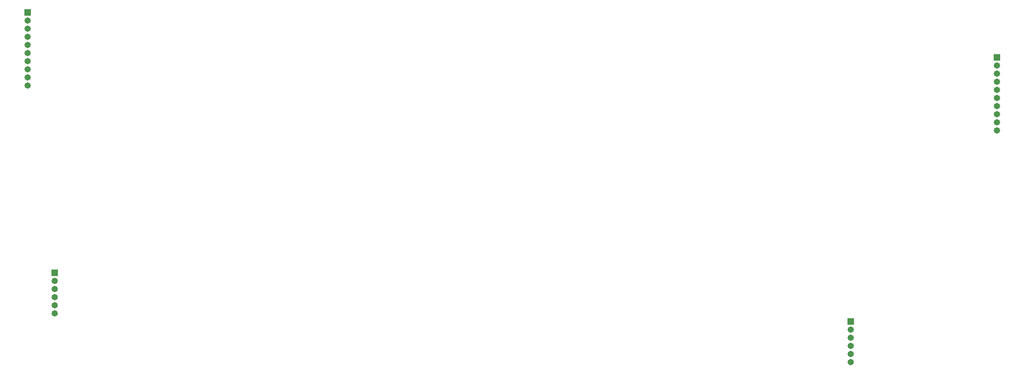
<source format=gbr>
%TF.GenerationSoftware,KiCad,Pcbnew,(6.0.6-0)*%
%TF.CreationDate,2022-07-12T12:34:36+02:00*%
%TF.ProjectId,btrfld,62747266-6c64-42e6-9b69-6361645f7063,rev?*%
%TF.SameCoordinates,Original*%
%TF.FileFunction,Soldermask,Top*%
%TF.FilePolarity,Negative*%
%FSLAX46Y46*%
G04 Gerber Fmt 4.6, Leading zero omitted, Abs format (unit mm)*
G04 Created by KiCad (PCBNEW (6.0.6-0)) date 2022-07-12 12:34:36*
%MOMM*%
%LPD*%
G01*
G04 APERTURE LIST*
%ADD10R,1.000000X1.000000*%
%ADD11O,1.000000X1.000000*%
G04 APERTURE END LIST*
D10*
%TO.C,R_THUMB1*%
X200660000Y-134620000D03*
D11*
X200660000Y-135890000D03*
X200660000Y-137160000D03*
X200660000Y-138430000D03*
X200660000Y-139700000D03*
X200660000Y-140970000D03*
%TD*%
D10*
%TO.C,R_BODY1*%
X223520000Y-93335000D03*
D11*
X223520000Y-94605000D03*
X223520000Y-95875000D03*
X223520000Y-97145000D03*
X223520000Y-98415000D03*
X223520000Y-99685000D03*
X223520000Y-100955000D03*
X223520000Y-102225000D03*
X223520000Y-103495000D03*
X223520000Y-104765000D03*
%TD*%
D10*
%TO.C,L_THUMB1*%
X76200000Y-127000000D03*
D11*
X76200000Y-128270000D03*
X76200000Y-129540000D03*
X76200000Y-130810000D03*
X76200000Y-132080000D03*
X76200000Y-133350000D03*
%TD*%
D10*
%TO.C,L_BODY1*%
X72000000Y-86275000D03*
D11*
X72000000Y-87545000D03*
X72000000Y-88815000D03*
X72000000Y-90085000D03*
X72000000Y-91355000D03*
X72000000Y-92625000D03*
X72000000Y-93895000D03*
X72000000Y-95165000D03*
X72000000Y-96435000D03*
X72000000Y-97705000D03*
%TD*%
M02*

</source>
